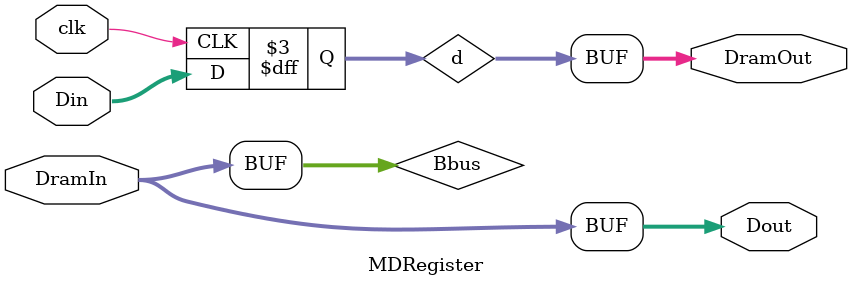
<source format=v>
module MDRegister(
input wire clk,
    input wire [17:0] DramIn,
    input wire [17:0] Din,
    output wire [17:0] Dout,
    output wire [17:0] DramOut
);

reg [17:0] d;
assign DramOut = d;

reg [17:0] Bbus;
assign Dout = Bbus;

always @(DramIn) begin
    Bbus<=DramIn;
end

always @(negedge clk) begin
    d<=Din;
end
endmodule 

</source>
